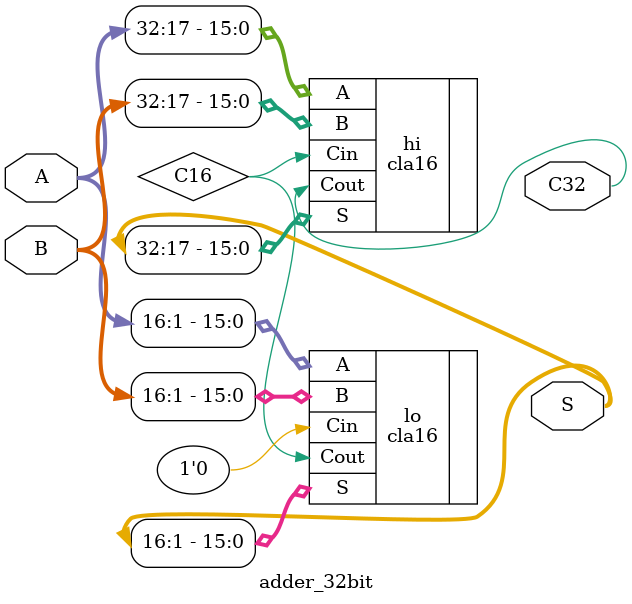
<source format=v>
module adder_32bit(A, B, S, C32);
    // 32-bit adder using two 16-bit CLA blocks
    input  [32:1] A, B;
    output [32:1] S;
    output        C32;

    wire C16;

    // lower 16 bits
    cla16 lo (
        .A    (A[16:1]),
        .B    (B[16:1]),
        .Cin  (1'b0),
        .S    (S[16:1]),
        .Cout (C16)
    );

    // upper 16 bits
    cla16 hi (
        .A    (A[32:17]),
        .B    (B[32:17]),
        .Cin  (C16),
        .S    (S[32:17]),
        .Cout (C32)
    );
endmodule
</source>
